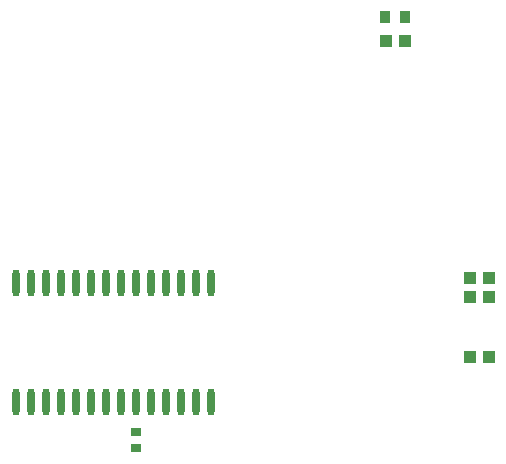
<source format=gtp>
G04 Layer: TopPasteMaskLayer*
G04 EasyEDA v6.5.29, 2023-07-20 18:53:58*
G04 ae0c691ece8d4f248acc8e5a997bb802,5a6b42c53f6a479593ecc07194224c93,10*
G04 Gerber Generator version 0.2*
G04 Scale: 100 percent, Rotated: No, Reflected: No *
G04 Dimensions in millimeters *
G04 leading zeros omitted , absolute positions ,4 integer and 5 decimal *
%FSLAX45Y45*%
%MOMM*%

%ADD10R,1.0000X1.1000*%
%ADD11R,0.9000X0.8000*%
%ADD12R,0.8999X1.0000*%
%ADD13O,0.5999988X2.2999954*%

%LPD*%
D10*
G01*
X5020309Y2692400D03*
G01*
X4860315Y2692400D03*
G01*
X5020309Y3200400D03*
G01*
X4860315Y3200400D03*
G01*
X5020309Y3365500D03*
G01*
X4860315Y3365500D03*
D11*
G01*
X2032000Y1923897D03*
G01*
X2032000Y2063902D03*
D12*
G01*
X4144086Y5575300D03*
G01*
X4314088Y5575300D03*
D10*
G01*
X4149090Y5372100D03*
G01*
X4309084Y5372100D03*
D13*
G01*
X1016000Y2313660D03*
G01*
X1143000Y2313660D03*
G01*
X1270000Y2313660D03*
G01*
X1397000Y2313660D03*
G01*
X1524000Y2313660D03*
G01*
X1651000Y2313660D03*
G01*
X1778000Y2313660D03*
G01*
X1905000Y2313660D03*
G01*
X2032000Y2313660D03*
G01*
X2159000Y2313660D03*
G01*
X2286000Y2313660D03*
G01*
X2413000Y2313660D03*
G01*
X2540000Y2313660D03*
G01*
X2667000Y2313660D03*
G01*
X1016000Y3325164D03*
G01*
X1143000Y3325164D03*
G01*
X1270000Y3325164D03*
G01*
X1397000Y3325164D03*
G01*
X1524000Y3325164D03*
G01*
X1651000Y3325164D03*
G01*
X1778000Y3325164D03*
G01*
X1905000Y3325164D03*
G01*
X2032000Y3325164D03*
G01*
X2159000Y3325164D03*
G01*
X2286000Y3325164D03*
G01*
X2413000Y3325164D03*
G01*
X2540000Y3325164D03*
G01*
X2667000Y3325164D03*
M02*

</source>
